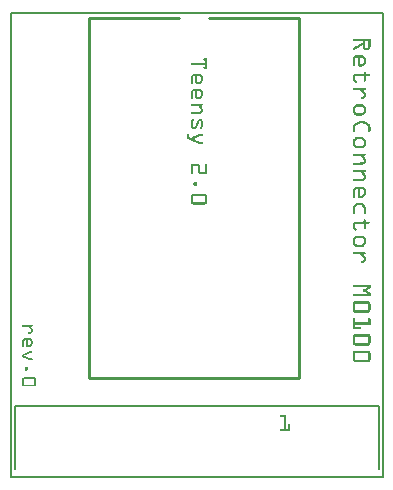
<source format=gto>
G04 MADE WITH FRITZING*
G04 WWW.FRITZING.ORG*
G04 DOUBLE SIDED*
G04 HOLES PLATED*
G04 CONTOUR ON CENTER OF CONTOUR VECTOR*
%ASAXBY*%
%FSLAX23Y23*%
%MOIN*%
%OFA0B0*%
%SFA1.0B1.0*%
%ADD10R,1.248220X1.554530X1.232220X1.538530*%
%ADD11C,0.008000*%
%ADD12C,0.010000*%
%ADD13R,0.001000X0.001000*%
%LNSILK1*%
G90*
G70*
G54D11*
X4Y1551D02*
X1244Y1551D01*
X1244Y4D01*
X4Y4D01*
X4Y1551D01*
D02*
X1231Y240D02*
X1231Y30D01*
D02*
X18Y240D02*
X18Y30D01*
D02*
X1231Y240D02*
X18Y240D01*
G54D12*
D02*
X264Y1536D02*
X264Y336D01*
D02*
X264Y336D02*
X964Y336D01*
D02*
X964Y336D02*
X964Y1536D01*
D02*
X264Y1536D02*
X564Y1536D01*
D02*
X664Y1536D02*
X964Y1536D01*
G54D13*
X1148Y1465D02*
X1203Y1465D01*
X1146Y1464D02*
X1204Y1464D01*
X1146Y1463D02*
X1204Y1463D01*
X1146Y1462D02*
X1204Y1462D01*
X1146Y1461D02*
X1204Y1461D01*
X1146Y1460D02*
X1204Y1460D01*
X1147Y1459D02*
X1204Y1459D01*
X1148Y1458D02*
X1204Y1458D01*
X1178Y1457D02*
X1184Y1457D01*
X1197Y1457D02*
X1204Y1457D01*
X1178Y1456D02*
X1184Y1456D01*
X1197Y1456D02*
X1204Y1456D01*
X1178Y1455D02*
X1184Y1455D01*
X1197Y1455D02*
X1204Y1455D01*
X1178Y1454D02*
X1184Y1454D01*
X1197Y1454D02*
X1204Y1454D01*
X1178Y1453D02*
X1184Y1453D01*
X1197Y1453D02*
X1204Y1453D01*
X1177Y1452D02*
X1184Y1452D01*
X1197Y1452D02*
X1204Y1452D01*
X1175Y1451D02*
X1184Y1451D01*
X1197Y1451D02*
X1204Y1451D01*
X1173Y1450D02*
X1184Y1450D01*
X1197Y1450D02*
X1204Y1450D01*
X1172Y1449D02*
X1184Y1449D01*
X1197Y1449D02*
X1204Y1449D01*
X1170Y1448D02*
X1184Y1448D01*
X1197Y1448D02*
X1204Y1448D01*
X1168Y1447D02*
X1184Y1447D01*
X1197Y1447D02*
X1204Y1447D01*
X1166Y1446D02*
X1184Y1446D01*
X1197Y1446D02*
X1204Y1446D01*
X1165Y1445D02*
X1184Y1445D01*
X1197Y1445D02*
X1204Y1445D01*
X1163Y1444D02*
X1184Y1444D01*
X1197Y1444D02*
X1204Y1444D01*
X1161Y1443D02*
X1176Y1443D01*
X1178Y1443D02*
X1184Y1443D01*
X1197Y1443D02*
X1204Y1443D01*
X1160Y1442D02*
X1174Y1442D01*
X1178Y1442D02*
X1184Y1442D01*
X1197Y1442D02*
X1204Y1442D01*
X1158Y1441D02*
X1172Y1441D01*
X1178Y1441D02*
X1184Y1441D01*
X1197Y1441D02*
X1204Y1441D01*
X1156Y1440D02*
X1171Y1440D01*
X1178Y1440D02*
X1184Y1440D01*
X1197Y1440D02*
X1204Y1440D01*
X1154Y1439D02*
X1169Y1439D01*
X1178Y1439D02*
X1184Y1439D01*
X1197Y1439D02*
X1204Y1439D01*
X1153Y1438D02*
X1167Y1438D01*
X1178Y1438D02*
X1184Y1438D01*
X1197Y1438D02*
X1203Y1438D01*
X1151Y1437D02*
X1165Y1437D01*
X1178Y1437D02*
X1185Y1437D01*
X1196Y1437D02*
X1203Y1437D01*
X1149Y1436D02*
X1164Y1436D01*
X1178Y1436D02*
X1186Y1436D01*
X1195Y1436D02*
X1203Y1436D01*
X1148Y1435D02*
X1162Y1435D01*
X1178Y1435D02*
X1203Y1435D01*
X1147Y1434D02*
X1160Y1434D01*
X1179Y1434D02*
X1202Y1434D01*
X1146Y1433D02*
X1159Y1433D01*
X1179Y1433D02*
X1202Y1433D01*
X1146Y1432D02*
X1157Y1432D01*
X1180Y1432D02*
X1201Y1432D01*
X1146Y1431D02*
X1155Y1431D01*
X1181Y1431D02*
X1200Y1431D01*
X1146Y1430D02*
X1153Y1430D01*
X1182Y1430D02*
X1199Y1430D01*
X1147Y1429D02*
X1152Y1429D01*
X1184Y1429D02*
X1197Y1429D01*
X1148Y1428D02*
X1150Y1428D01*
X1186Y1428D02*
X1195Y1428D01*
X1155Y1410D02*
X1177Y1410D01*
X1153Y1409D02*
X1179Y1409D01*
X1152Y1408D02*
X1181Y1408D01*
X1151Y1407D02*
X1182Y1407D01*
X1150Y1406D02*
X1183Y1406D01*
X1149Y1405D02*
X1184Y1405D01*
X1148Y1404D02*
X1185Y1404D01*
X1147Y1403D02*
X1185Y1403D01*
X1147Y1402D02*
X1156Y1402D01*
X1162Y1402D02*
X1168Y1402D01*
X1177Y1402D02*
X1186Y1402D01*
X1146Y1401D02*
X1155Y1401D01*
X1162Y1401D02*
X1168Y1401D01*
X1178Y1401D02*
X1187Y1401D01*
X1146Y1400D02*
X1154Y1400D01*
X1162Y1400D02*
X1168Y1400D01*
X1179Y1400D02*
X1187Y1400D01*
X650Y1399D02*
X659Y1399D01*
X1146Y1399D02*
X1153Y1399D01*
X1162Y1399D02*
X1168Y1399D01*
X1180Y1399D02*
X1187Y1399D01*
X648Y1398D02*
X659Y1398D01*
X1146Y1398D02*
X1153Y1398D01*
X1162Y1398D02*
X1168Y1398D01*
X1181Y1398D02*
X1187Y1398D01*
X647Y1397D02*
X659Y1397D01*
X1146Y1397D02*
X1152Y1397D01*
X1162Y1397D02*
X1168Y1397D01*
X1181Y1397D02*
X1187Y1397D01*
X647Y1396D02*
X659Y1396D01*
X1145Y1396D02*
X1152Y1396D01*
X1162Y1396D02*
X1168Y1396D01*
X1181Y1396D02*
X1188Y1396D01*
X647Y1395D02*
X659Y1395D01*
X1145Y1395D02*
X1152Y1395D01*
X1162Y1395D02*
X1168Y1395D01*
X1181Y1395D02*
X1188Y1395D01*
X647Y1394D02*
X659Y1394D01*
X1145Y1394D02*
X1152Y1394D01*
X1162Y1394D02*
X1168Y1394D01*
X1181Y1394D02*
X1188Y1394D01*
X648Y1393D02*
X659Y1393D01*
X1145Y1393D02*
X1152Y1393D01*
X1162Y1393D02*
X1168Y1393D01*
X1181Y1393D02*
X1188Y1393D01*
X653Y1392D02*
X659Y1392D01*
X1145Y1392D02*
X1152Y1392D01*
X1162Y1392D02*
X1168Y1392D01*
X1181Y1392D02*
X1188Y1392D01*
X653Y1391D02*
X659Y1391D01*
X1145Y1391D02*
X1152Y1391D01*
X1162Y1391D02*
X1168Y1391D01*
X1181Y1391D02*
X1188Y1391D01*
X653Y1390D02*
X659Y1390D01*
X1145Y1390D02*
X1152Y1390D01*
X1162Y1390D02*
X1168Y1390D01*
X1181Y1390D02*
X1188Y1390D01*
X653Y1389D02*
X659Y1389D01*
X1145Y1389D02*
X1152Y1389D01*
X1162Y1389D02*
X1168Y1389D01*
X1181Y1389D02*
X1188Y1389D01*
X653Y1388D02*
X659Y1388D01*
X1145Y1388D02*
X1152Y1388D01*
X1162Y1388D02*
X1168Y1388D01*
X1181Y1388D02*
X1188Y1388D01*
X653Y1387D02*
X659Y1387D01*
X1145Y1387D02*
X1152Y1387D01*
X1162Y1387D02*
X1168Y1387D01*
X1181Y1387D02*
X1187Y1387D01*
X653Y1386D02*
X659Y1386D01*
X1145Y1386D02*
X1152Y1386D01*
X1162Y1386D02*
X1168Y1386D01*
X1181Y1386D02*
X1187Y1386D01*
X608Y1385D02*
X659Y1385D01*
X1145Y1385D02*
X1152Y1385D01*
X1162Y1385D02*
X1168Y1385D01*
X1180Y1385D02*
X1187Y1385D01*
X606Y1384D02*
X659Y1384D01*
X1145Y1384D02*
X1152Y1384D01*
X1162Y1384D02*
X1168Y1384D01*
X1180Y1384D02*
X1187Y1384D01*
X606Y1383D02*
X659Y1383D01*
X1145Y1383D02*
X1152Y1383D01*
X1162Y1383D02*
X1168Y1383D01*
X1179Y1383D02*
X1187Y1383D01*
X606Y1382D02*
X659Y1382D01*
X1145Y1382D02*
X1152Y1382D01*
X1162Y1382D02*
X1168Y1382D01*
X1178Y1382D02*
X1186Y1382D01*
X606Y1381D02*
X659Y1381D01*
X1145Y1381D02*
X1152Y1381D01*
X1162Y1381D02*
X1168Y1381D01*
X1176Y1381D02*
X1186Y1381D01*
X606Y1380D02*
X659Y1380D01*
X1145Y1380D02*
X1152Y1380D01*
X1162Y1380D02*
X1185Y1380D01*
X607Y1379D02*
X659Y1379D01*
X1145Y1379D02*
X1152Y1379D01*
X1162Y1379D02*
X1184Y1379D01*
X653Y1378D02*
X659Y1378D01*
X1145Y1378D02*
X1152Y1378D01*
X1162Y1378D02*
X1183Y1378D01*
X653Y1377D02*
X659Y1377D01*
X1146Y1377D02*
X1152Y1377D01*
X1162Y1377D02*
X1182Y1377D01*
X653Y1376D02*
X659Y1376D01*
X1146Y1376D02*
X1152Y1376D01*
X1162Y1376D02*
X1181Y1376D01*
X653Y1375D02*
X659Y1375D01*
X1146Y1375D02*
X1152Y1375D01*
X1162Y1375D02*
X1180Y1375D01*
X653Y1374D02*
X659Y1374D01*
X1147Y1374D02*
X1151Y1374D01*
X1163Y1374D02*
X1179Y1374D01*
X653Y1373D02*
X659Y1373D01*
X1149Y1373D02*
X1149Y1373D01*
X1165Y1373D02*
X1174Y1373D01*
X653Y1372D02*
X659Y1372D01*
X649Y1371D02*
X659Y1371D01*
X648Y1370D02*
X659Y1370D01*
X647Y1369D02*
X659Y1369D01*
X647Y1368D02*
X659Y1368D01*
X647Y1367D02*
X659Y1367D01*
X648Y1366D02*
X659Y1366D01*
X649Y1365D02*
X659Y1365D01*
X1182Y1355D02*
X1186Y1355D01*
X1181Y1354D02*
X1187Y1354D01*
X1181Y1353D02*
X1187Y1353D01*
X1181Y1352D02*
X1187Y1352D01*
X1181Y1351D02*
X1188Y1351D01*
X1181Y1350D02*
X1188Y1350D01*
X1181Y1349D02*
X1188Y1349D01*
X614Y1348D02*
X636Y1348D01*
X1154Y1348D02*
X1198Y1348D01*
X612Y1347D02*
X637Y1347D01*
X1151Y1347D02*
X1199Y1347D01*
X611Y1346D02*
X639Y1346D01*
X1150Y1346D02*
X1200Y1346D01*
X610Y1345D02*
X640Y1345D01*
X1149Y1345D02*
X1200Y1345D01*
X609Y1344D02*
X641Y1344D01*
X1148Y1344D02*
X1200Y1344D01*
X608Y1343D02*
X641Y1343D01*
X1147Y1343D02*
X1200Y1343D01*
X608Y1342D02*
X642Y1342D01*
X1147Y1342D02*
X1199Y1342D01*
X607Y1341D02*
X615Y1341D01*
X620Y1341D02*
X626Y1341D01*
X635Y1341D02*
X643Y1341D01*
X1146Y1341D02*
X1198Y1341D01*
X606Y1340D02*
X614Y1340D01*
X620Y1340D02*
X626Y1340D01*
X636Y1340D02*
X643Y1340D01*
X1146Y1340D02*
X1154Y1340D01*
X1181Y1340D02*
X1188Y1340D01*
X606Y1339D02*
X613Y1339D01*
X620Y1339D02*
X626Y1339D01*
X637Y1339D02*
X644Y1339D01*
X1146Y1339D02*
X1153Y1339D01*
X1181Y1339D02*
X1188Y1339D01*
X606Y1338D02*
X612Y1338D01*
X620Y1338D02*
X626Y1338D01*
X637Y1338D02*
X644Y1338D01*
X1146Y1338D02*
X1152Y1338D01*
X1181Y1338D02*
X1188Y1338D01*
X606Y1337D02*
X612Y1337D01*
X620Y1337D02*
X626Y1337D01*
X638Y1337D02*
X644Y1337D01*
X1146Y1337D02*
X1152Y1337D01*
X1181Y1337D02*
X1188Y1337D01*
X606Y1336D02*
X612Y1336D01*
X620Y1336D02*
X626Y1336D01*
X638Y1336D02*
X644Y1336D01*
X1145Y1336D02*
X1152Y1336D01*
X1181Y1336D02*
X1188Y1336D01*
X606Y1335D02*
X612Y1335D01*
X620Y1335D02*
X626Y1335D01*
X638Y1335D02*
X644Y1335D01*
X1145Y1335D02*
X1152Y1335D01*
X1181Y1335D02*
X1188Y1335D01*
X606Y1334D02*
X612Y1334D01*
X620Y1334D02*
X626Y1334D01*
X638Y1334D02*
X644Y1334D01*
X1145Y1334D02*
X1152Y1334D01*
X1181Y1334D02*
X1188Y1334D01*
X606Y1333D02*
X612Y1333D01*
X620Y1333D02*
X626Y1333D01*
X638Y1333D02*
X644Y1333D01*
X1145Y1333D02*
X1152Y1333D01*
X1181Y1333D02*
X1188Y1333D01*
X606Y1332D02*
X612Y1332D01*
X620Y1332D02*
X626Y1332D01*
X638Y1332D02*
X644Y1332D01*
X1145Y1332D02*
X1152Y1332D01*
X1181Y1332D02*
X1188Y1332D01*
X606Y1331D02*
X612Y1331D01*
X620Y1331D02*
X626Y1331D01*
X638Y1331D02*
X644Y1331D01*
X1145Y1331D02*
X1152Y1331D01*
X1181Y1331D02*
X1188Y1331D01*
X606Y1330D02*
X612Y1330D01*
X620Y1330D02*
X626Y1330D01*
X638Y1330D02*
X644Y1330D01*
X1145Y1330D02*
X1152Y1330D01*
X1181Y1330D02*
X1188Y1330D01*
X606Y1329D02*
X612Y1329D01*
X620Y1329D02*
X626Y1329D01*
X638Y1329D02*
X644Y1329D01*
X1146Y1329D02*
X1152Y1329D01*
X1181Y1329D02*
X1188Y1329D01*
X606Y1328D02*
X612Y1328D01*
X620Y1328D02*
X626Y1328D01*
X638Y1328D02*
X644Y1328D01*
X1146Y1328D02*
X1153Y1328D01*
X1181Y1328D02*
X1188Y1328D01*
X606Y1327D02*
X612Y1327D01*
X620Y1327D02*
X626Y1327D01*
X638Y1327D02*
X644Y1327D01*
X1146Y1327D02*
X1153Y1327D01*
X1181Y1327D02*
X1188Y1327D01*
X606Y1326D02*
X612Y1326D01*
X620Y1326D02*
X626Y1326D01*
X638Y1326D02*
X644Y1326D01*
X1146Y1326D02*
X1155Y1326D01*
X1181Y1326D02*
X1187Y1326D01*
X606Y1325D02*
X612Y1325D01*
X620Y1325D02*
X626Y1325D01*
X637Y1325D02*
X644Y1325D01*
X1147Y1325D02*
X1157Y1325D01*
X1181Y1325D02*
X1187Y1325D01*
X606Y1324D02*
X612Y1324D01*
X620Y1324D02*
X626Y1324D01*
X637Y1324D02*
X644Y1324D01*
X1147Y1324D02*
X1158Y1324D01*
X1181Y1324D02*
X1187Y1324D01*
X606Y1323D02*
X612Y1323D01*
X620Y1323D02*
X626Y1323D01*
X636Y1323D02*
X643Y1323D01*
X1148Y1323D02*
X1158Y1323D01*
X1182Y1323D02*
X1186Y1323D01*
X606Y1322D02*
X612Y1322D01*
X620Y1322D02*
X626Y1322D01*
X634Y1322D02*
X643Y1322D01*
X1149Y1322D02*
X1159Y1322D01*
X606Y1321D02*
X612Y1321D01*
X620Y1321D02*
X642Y1321D01*
X1150Y1321D02*
X1158Y1321D01*
X606Y1320D02*
X612Y1320D01*
X620Y1320D02*
X641Y1320D01*
X1151Y1320D02*
X1158Y1320D01*
X606Y1319D02*
X612Y1319D01*
X620Y1319D02*
X640Y1319D01*
X1153Y1319D02*
X1157Y1319D01*
X606Y1318D02*
X612Y1318D01*
X620Y1318D02*
X639Y1318D01*
X606Y1317D02*
X611Y1317D01*
X621Y1317D02*
X638Y1317D01*
X606Y1316D02*
X611Y1316D01*
X621Y1316D02*
X637Y1316D01*
X607Y1315D02*
X610Y1315D01*
X622Y1315D02*
X635Y1315D01*
X1148Y1301D02*
X1185Y1301D01*
X1147Y1300D02*
X1186Y1300D01*
X1146Y1299D02*
X1187Y1299D01*
X614Y1298D02*
X635Y1298D01*
X1146Y1298D02*
X1187Y1298D01*
X612Y1297D02*
X637Y1297D01*
X1146Y1297D02*
X1187Y1297D01*
X611Y1296D02*
X639Y1296D01*
X1146Y1296D02*
X1187Y1296D01*
X610Y1295D02*
X640Y1295D01*
X1146Y1295D02*
X1187Y1295D01*
X609Y1294D02*
X640Y1294D01*
X1148Y1294D02*
X1185Y1294D01*
X608Y1293D02*
X641Y1293D01*
X1170Y1293D02*
X1180Y1293D01*
X608Y1292D02*
X642Y1292D01*
X1171Y1292D02*
X1180Y1292D01*
X607Y1291D02*
X615Y1291D01*
X620Y1291D02*
X626Y1291D01*
X635Y1291D02*
X643Y1291D01*
X1172Y1291D02*
X1181Y1291D01*
X607Y1290D02*
X614Y1290D01*
X620Y1290D02*
X626Y1290D01*
X636Y1290D02*
X643Y1290D01*
X1173Y1290D02*
X1182Y1290D01*
X606Y1289D02*
X613Y1289D01*
X620Y1289D02*
X626Y1289D01*
X637Y1289D02*
X644Y1289D01*
X1174Y1289D02*
X1183Y1289D01*
X606Y1288D02*
X612Y1288D01*
X620Y1288D02*
X626Y1288D01*
X637Y1288D02*
X644Y1288D01*
X1175Y1288D02*
X1184Y1288D01*
X606Y1287D02*
X612Y1287D01*
X620Y1287D02*
X626Y1287D01*
X638Y1287D02*
X644Y1287D01*
X1176Y1287D02*
X1185Y1287D01*
X606Y1286D02*
X612Y1286D01*
X620Y1286D02*
X626Y1286D01*
X638Y1286D02*
X644Y1286D01*
X1177Y1286D02*
X1186Y1286D01*
X606Y1285D02*
X612Y1285D01*
X620Y1285D02*
X626Y1285D01*
X638Y1285D02*
X644Y1285D01*
X1177Y1285D02*
X1186Y1285D01*
X606Y1284D02*
X612Y1284D01*
X620Y1284D02*
X626Y1284D01*
X638Y1284D02*
X644Y1284D01*
X1178Y1284D02*
X1187Y1284D01*
X606Y1283D02*
X612Y1283D01*
X620Y1283D02*
X626Y1283D01*
X638Y1283D02*
X644Y1283D01*
X1179Y1283D02*
X1187Y1283D01*
X606Y1282D02*
X612Y1282D01*
X620Y1282D02*
X626Y1282D01*
X638Y1282D02*
X644Y1282D01*
X1180Y1282D02*
X1188Y1282D01*
X606Y1281D02*
X612Y1281D01*
X620Y1281D02*
X626Y1281D01*
X638Y1281D02*
X644Y1281D01*
X1181Y1281D02*
X1188Y1281D01*
X606Y1280D02*
X612Y1280D01*
X620Y1280D02*
X626Y1280D01*
X638Y1280D02*
X644Y1280D01*
X1181Y1280D02*
X1188Y1280D01*
X606Y1279D02*
X612Y1279D01*
X620Y1279D02*
X626Y1279D01*
X638Y1279D02*
X644Y1279D01*
X1181Y1279D02*
X1188Y1279D01*
X606Y1278D02*
X612Y1278D01*
X620Y1278D02*
X626Y1278D01*
X638Y1278D02*
X644Y1278D01*
X1181Y1278D02*
X1188Y1278D01*
X606Y1277D02*
X612Y1277D01*
X620Y1277D02*
X626Y1277D01*
X638Y1277D02*
X644Y1277D01*
X1181Y1277D02*
X1188Y1277D01*
X606Y1276D02*
X612Y1276D01*
X620Y1276D02*
X626Y1276D01*
X638Y1276D02*
X644Y1276D01*
X1181Y1276D02*
X1188Y1276D01*
X606Y1275D02*
X612Y1275D01*
X620Y1275D02*
X626Y1275D01*
X637Y1275D02*
X644Y1275D01*
X1181Y1275D02*
X1187Y1275D01*
X606Y1274D02*
X612Y1274D01*
X620Y1274D02*
X626Y1274D01*
X637Y1274D02*
X644Y1274D01*
X1181Y1274D02*
X1187Y1274D01*
X606Y1273D02*
X612Y1273D01*
X620Y1273D02*
X626Y1273D01*
X636Y1273D02*
X643Y1273D01*
X1180Y1273D02*
X1187Y1273D01*
X606Y1272D02*
X612Y1272D01*
X620Y1272D02*
X626Y1272D01*
X635Y1272D02*
X643Y1272D01*
X1179Y1272D02*
X1187Y1272D01*
X606Y1271D02*
X612Y1271D01*
X620Y1271D02*
X642Y1271D01*
X1174Y1271D02*
X1187Y1271D01*
X606Y1270D02*
X612Y1270D01*
X620Y1270D02*
X641Y1270D01*
X1172Y1270D02*
X1186Y1270D01*
X606Y1269D02*
X612Y1269D01*
X620Y1269D02*
X640Y1269D01*
X1172Y1269D02*
X1186Y1269D01*
X606Y1268D02*
X612Y1268D01*
X620Y1268D02*
X640Y1268D01*
X1171Y1268D02*
X1185Y1268D01*
X606Y1267D02*
X612Y1267D01*
X621Y1267D02*
X639Y1267D01*
X1171Y1267D02*
X1184Y1267D01*
X606Y1266D02*
X611Y1266D01*
X621Y1266D02*
X637Y1266D01*
X1172Y1266D02*
X1183Y1266D01*
X607Y1265D02*
X610Y1265D01*
X622Y1265D02*
X636Y1265D01*
X1172Y1265D02*
X1182Y1265D01*
X1173Y1264D02*
X1179Y1264D01*
X607Y1248D02*
X642Y1248D01*
X606Y1247D02*
X643Y1247D01*
X606Y1246D02*
X644Y1246D01*
X1156Y1246D02*
X1177Y1246D01*
X606Y1245D02*
X644Y1245D01*
X1154Y1245D02*
X1179Y1245D01*
X606Y1244D02*
X644Y1244D01*
X1152Y1244D02*
X1181Y1244D01*
X606Y1243D02*
X643Y1243D01*
X1151Y1243D02*
X1182Y1243D01*
X608Y1242D02*
X642Y1242D01*
X1150Y1242D02*
X1183Y1242D01*
X631Y1241D02*
X639Y1241D01*
X1149Y1241D02*
X1184Y1241D01*
X632Y1240D02*
X639Y1240D01*
X1148Y1240D02*
X1185Y1240D01*
X632Y1239D02*
X640Y1239D01*
X1148Y1239D02*
X1185Y1239D01*
X633Y1238D02*
X640Y1238D01*
X1147Y1238D02*
X1156Y1238D01*
X1177Y1238D02*
X1186Y1238D01*
X634Y1237D02*
X641Y1237D01*
X1147Y1237D02*
X1155Y1237D01*
X1178Y1237D02*
X1186Y1237D01*
X634Y1236D02*
X642Y1236D01*
X1146Y1236D02*
X1154Y1236D01*
X1179Y1236D02*
X1187Y1236D01*
X635Y1235D02*
X642Y1235D01*
X1146Y1235D02*
X1153Y1235D01*
X1180Y1235D02*
X1187Y1235D01*
X636Y1234D02*
X643Y1234D01*
X1146Y1234D02*
X1153Y1234D01*
X1180Y1234D02*
X1187Y1234D01*
X636Y1233D02*
X643Y1233D01*
X1146Y1233D02*
X1152Y1233D01*
X1181Y1233D02*
X1187Y1233D01*
X637Y1232D02*
X644Y1232D01*
X1145Y1232D02*
X1152Y1232D01*
X1181Y1232D02*
X1188Y1232D01*
X638Y1231D02*
X644Y1231D01*
X1145Y1231D02*
X1152Y1231D01*
X1181Y1231D02*
X1188Y1231D01*
X638Y1230D02*
X644Y1230D01*
X1145Y1230D02*
X1152Y1230D01*
X1181Y1230D02*
X1188Y1230D01*
X638Y1229D02*
X644Y1229D01*
X1145Y1229D02*
X1152Y1229D01*
X1181Y1229D02*
X1188Y1229D01*
X638Y1228D02*
X644Y1228D01*
X1145Y1228D02*
X1152Y1228D01*
X1181Y1228D02*
X1188Y1228D01*
X638Y1227D02*
X644Y1227D01*
X1145Y1227D02*
X1152Y1227D01*
X1181Y1227D02*
X1188Y1227D01*
X638Y1226D02*
X644Y1226D01*
X1145Y1226D02*
X1152Y1226D01*
X1181Y1226D02*
X1188Y1226D01*
X638Y1225D02*
X644Y1225D01*
X1145Y1225D02*
X1152Y1225D01*
X1181Y1225D02*
X1188Y1225D01*
X638Y1224D02*
X644Y1224D01*
X1145Y1224D02*
X1152Y1224D01*
X1181Y1224D02*
X1188Y1224D01*
X637Y1223D02*
X644Y1223D01*
X1146Y1223D02*
X1152Y1223D01*
X1181Y1223D02*
X1187Y1223D01*
X635Y1222D02*
X644Y1222D01*
X1146Y1222D02*
X1152Y1222D01*
X1181Y1222D02*
X1187Y1222D01*
X609Y1221D02*
X643Y1221D01*
X1146Y1221D02*
X1153Y1221D01*
X1180Y1221D02*
X1187Y1221D01*
X607Y1220D02*
X643Y1220D01*
X1146Y1220D02*
X1153Y1220D01*
X1180Y1220D02*
X1187Y1220D01*
X606Y1219D02*
X642Y1219D01*
X1146Y1219D02*
X1154Y1219D01*
X1179Y1219D02*
X1187Y1219D01*
X606Y1218D02*
X641Y1218D01*
X1147Y1218D02*
X1155Y1218D01*
X1178Y1218D02*
X1186Y1218D01*
X606Y1217D02*
X640Y1217D01*
X1147Y1217D02*
X1156Y1217D01*
X1177Y1217D02*
X1186Y1217D01*
X606Y1216D02*
X638Y1216D01*
X1148Y1216D02*
X1185Y1216D01*
X607Y1215D02*
X635Y1215D01*
X1149Y1215D02*
X1184Y1215D01*
X1150Y1214D02*
X1183Y1214D01*
X1150Y1213D02*
X1183Y1213D01*
X1152Y1212D02*
X1182Y1212D01*
X1153Y1211D02*
X1180Y1211D01*
X1154Y1210D02*
X1179Y1210D01*
X1157Y1209D02*
X1176Y1209D01*
X611Y1198D02*
X613Y1198D01*
X609Y1197D02*
X614Y1197D01*
X633Y1197D02*
X638Y1197D01*
X609Y1196D02*
X614Y1196D01*
X631Y1196D02*
X640Y1196D01*
X608Y1195D02*
X615Y1195D01*
X630Y1195D02*
X641Y1195D01*
X607Y1194D02*
X614Y1194D01*
X629Y1194D02*
X642Y1194D01*
X607Y1193D02*
X614Y1193D01*
X628Y1193D02*
X643Y1193D01*
X606Y1192D02*
X613Y1192D01*
X628Y1192D02*
X643Y1192D01*
X606Y1191D02*
X613Y1191D01*
X627Y1191D02*
X644Y1191D01*
X1170Y1191D02*
X1179Y1191D01*
X606Y1190D02*
X612Y1190D01*
X627Y1190D02*
X634Y1190D01*
X637Y1190D02*
X644Y1190D01*
X1167Y1190D02*
X1182Y1190D01*
X606Y1189D02*
X612Y1189D01*
X627Y1189D02*
X633Y1189D01*
X638Y1189D02*
X644Y1189D01*
X1165Y1189D02*
X1184Y1189D01*
X606Y1188D02*
X612Y1188D01*
X626Y1188D02*
X633Y1188D01*
X638Y1188D02*
X644Y1188D01*
X1163Y1188D02*
X1186Y1188D01*
X606Y1187D02*
X612Y1187D01*
X626Y1187D02*
X632Y1187D01*
X638Y1187D02*
X644Y1187D01*
X1161Y1187D02*
X1188Y1187D01*
X606Y1186D02*
X612Y1186D01*
X625Y1186D02*
X632Y1186D01*
X638Y1186D02*
X644Y1186D01*
X1159Y1186D02*
X1190Y1186D01*
X606Y1185D02*
X612Y1185D01*
X625Y1185D02*
X631Y1185D01*
X638Y1185D02*
X644Y1185D01*
X1157Y1185D02*
X1192Y1185D01*
X606Y1184D02*
X612Y1184D01*
X624Y1184D02*
X631Y1184D01*
X638Y1184D02*
X644Y1184D01*
X1155Y1184D02*
X1173Y1184D01*
X1176Y1184D02*
X1194Y1184D01*
X606Y1183D02*
X612Y1183D01*
X624Y1183D02*
X631Y1183D01*
X638Y1183D02*
X644Y1183D01*
X1153Y1183D02*
X1169Y1183D01*
X1180Y1183D02*
X1196Y1183D01*
X606Y1182D02*
X612Y1182D01*
X624Y1182D02*
X630Y1182D01*
X638Y1182D02*
X644Y1182D01*
X1152Y1182D02*
X1167Y1182D01*
X1182Y1182D02*
X1198Y1182D01*
X606Y1181D02*
X612Y1181D01*
X623Y1181D02*
X630Y1181D01*
X638Y1181D02*
X644Y1181D01*
X1150Y1181D02*
X1165Y1181D01*
X1184Y1181D02*
X1199Y1181D01*
X606Y1180D02*
X612Y1180D01*
X623Y1180D02*
X629Y1180D01*
X638Y1180D02*
X644Y1180D01*
X1149Y1180D02*
X1163Y1180D01*
X1186Y1180D02*
X1200Y1180D01*
X606Y1179D02*
X612Y1179D01*
X622Y1179D02*
X629Y1179D01*
X638Y1179D02*
X644Y1179D01*
X1148Y1179D02*
X1161Y1179D01*
X1188Y1179D02*
X1201Y1179D01*
X606Y1178D02*
X612Y1178D01*
X622Y1178D02*
X628Y1178D01*
X638Y1178D02*
X644Y1178D01*
X1147Y1178D02*
X1160Y1178D01*
X1190Y1178D02*
X1202Y1178D01*
X606Y1177D02*
X612Y1177D01*
X621Y1177D02*
X628Y1177D01*
X638Y1177D02*
X644Y1177D01*
X1147Y1177D02*
X1158Y1177D01*
X1191Y1177D02*
X1202Y1177D01*
X606Y1176D02*
X612Y1176D01*
X621Y1176D02*
X628Y1176D01*
X638Y1176D02*
X644Y1176D01*
X1146Y1176D02*
X1156Y1176D01*
X1193Y1176D02*
X1203Y1176D01*
X606Y1175D02*
X612Y1175D01*
X621Y1175D02*
X627Y1175D01*
X638Y1175D02*
X644Y1175D01*
X1146Y1175D02*
X1154Y1175D01*
X1195Y1175D02*
X1203Y1175D01*
X606Y1174D02*
X612Y1174D01*
X620Y1174D02*
X627Y1174D01*
X638Y1174D02*
X644Y1174D01*
X1146Y1174D02*
X1153Y1174D01*
X1196Y1174D02*
X1203Y1174D01*
X606Y1173D02*
X612Y1173D01*
X620Y1173D02*
X626Y1173D01*
X638Y1173D02*
X644Y1173D01*
X1146Y1173D02*
X1152Y1173D01*
X1197Y1173D02*
X1203Y1173D01*
X606Y1172D02*
X613Y1172D01*
X619Y1172D02*
X626Y1172D01*
X637Y1172D02*
X644Y1172D01*
X1146Y1172D02*
X1152Y1172D01*
X1197Y1172D02*
X1204Y1172D01*
X606Y1171D02*
X625Y1171D01*
X637Y1171D02*
X644Y1171D01*
X1145Y1171D02*
X1152Y1171D01*
X1197Y1171D02*
X1204Y1171D01*
X607Y1170D02*
X625Y1170D01*
X636Y1170D02*
X643Y1170D01*
X1145Y1170D02*
X1152Y1170D01*
X1197Y1170D02*
X1204Y1170D01*
X607Y1169D02*
X624Y1169D01*
X635Y1169D02*
X643Y1169D01*
X1145Y1169D02*
X1152Y1169D01*
X1197Y1169D02*
X1204Y1169D01*
X608Y1168D02*
X624Y1168D01*
X635Y1168D02*
X642Y1168D01*
X1145Y1168D02*
X1152Y1168D01*
X1197Y1168D02*
X1204Y1168D01*
X609Y1167D02*
X623Y1167D01*
X635Y1167D02*
X642Y1167D01*
X1145Y1167D02*
X1152Y1167D01*
X1197Y1167D02*
X1204Y1167D01*
X610Y1166D02*
X621Y1166D01*
X636Y1166D02*
X640Y1166D01*
X1145Y1166D02*
X1152Y1166D01*
X1197Y1166D02*
X1204Y1166D01*
X612Y1165D02*
X620Y1165D01*
X637Y1165D02*
X639Y1165D01*
X1145Y1165D02*
X1152Y1165D01*
X1197Y1165D02*
X1204Y1165D01*
X615Y1164D02*
X617Y1164D01*
X1145Y1164D02*
X1152Y1164D01*
X1197Y1164D02*
X1204Y1164D01*
X1145Y1163D02*
X1152Y1163D01*
X1197Y1163D02*
X1204Y1163D01*
X1145Y1162D02*
X1152Y1162D01*
X1197Y1162D02*
X1204Y1162D01*
X1145Y1161D02*
X1152Y1161D01*
X1197Y1161D02*
X1204Y1161D01*
X1145Y1160D02*
X1152Y1160D01*
X1197Y1160D02*
X1204Y1160D01*
X1145Y1159D02*
X1152Y1159D01*
X1197Y1159D02*
X1204Y1159D01*
X1146Y1158D02*
X1152Y1158D01*
X1197Y1158D02*
X1204Y1158D01*
X1146Y1157D02*
X1152Y1157D01*
X1197Y1157D02*
X1203Y1157D01*
X1146Y1156D02*
X1152Y1156D01*
X1197Y1156D02*
X1203Y1156D01*
X1147Y1155D02*
X1151Y1155D01*
X1198Y1155D02*
X1202Y1155D01*
X593Y1148D02*
X595Y1148D01*
X635Y1148D02*
X642Y1148D01*
X592Y1147D02*
X596Y1147D01*
X632Y1147D02*
X643Y1147D01*
X591Y1146D02*
X597Y1146D01*
X630Y1146D02*
X644Y1146D01*
X591Y1145D02*
X597Y1145D01*
X628Y1145D02*
X644Y1145D01*
X591Y1144D02*
X597Y1144D01*
X625Y1144D02*
X644Y1144D01*
X591Y1143D02*
X597Y1143D01*
X623Y1143D02*
X644Y1143D01*
X591Y1142D02*
X597Y1142D01*
X621Y1142D02*
X643Y1142D01*
X591Y1141D02*
X597Y1141D01*
X618Y1141D02*
X635Y1141D01*
X591Y1140D02*
X597Y1140D01*
X616Y1140D02*
X633Y1140D01*
X591Y1139D02*
X597Y1139D01*
X614Y1139D02*
X630Y1139D01*
X591Y1138D02*
X597Y1138D01*
X612Y1138D02*
X628Y1138D01*
X591Y1137D02*
X598Y1137D01*
X610Y1137D02*
X626Y1137D01*
X1159Y1137D02*
X1174Y1137D01*
X591Y1136D02*
X601Y1136D01*
X609Y1136D02*
X624Y1136D01*
X1154Y1136D02*
X1178Y1136D01*
X591Y1135D02*
X603Y1135D01*
X609Y1135D02*
X621Y1135D01*
X1153Y1135D02*
X1180Y1135D01*
X591Y1134D02*
X605Y1134D01*
X609Y1134D02*
X619Y1134D01*
X1151Y1134D02*
X1181Y1134D01*
X592Y1133D02*
X617Y1133D01*
X1151Y1133D02*
X1182Y1133D01*
X593Y1132D02*
X615Y1132D01*
X1150Y1132D02*
X1183Y1132D01*
X595Y1131D02*
X615Y1131D01*
X1149Y1131D02*
X1184Y1131D01*
X598Y1130D02*
X615Y1130D01*
X1148Y1130D02*
X1185Y1130D01*
X600Y1129D02*
X617Y1129D01*
X1147Y1129D02*
X1157Y1129D01*
X1176Y1129D02*
X1186Y1129D01*
X602Y1128D02*
X619Y1128D01*
X1147Y1128D02*
X1155Y1128D01*
X1178Y1128D02*
X1186Y1128D01*
X605Y1127D02*
X621Y1127D01*
X1146Y1127D02*
X1154Y1127D01*
X1179Y1127D02*
X1187Y1127D01*
X607Y1126D02*
X623Y1126D01*
X1146Y1126D02*
X1154Y1126D01*
X1179Y1126D02*
X1187Y1126D01*
X609Y1125D02*
X626Y1125D01*
X1146Y1125D02*
X1153Y1125D01*
X1180Y1125D02*
X1187Y1125D01*
X611Y1124D02*
X628Y1124D01*
X1146Y1124D02*
X1152Y1124D01*
X1181Y1124D02*
X1187Y1124D01*
X614Y1123D02*
X630Y1123D01*
X1146Y1123D02*
X1152Y1123D01*
X1181Y1123D02*
X1187Y1123D01*
X616Y1122D02*
X633Y1122D01*
X1145Y1122D02*
X1152Y1122D01*
X1181Y1122D02*
X1188Y1122D01*
X618Y1121D02*
X635Y1121D01*
X1145Y1121D02*
X1152Y1121D01*
X1181Y1121D02*
X1188Y1121D01*
X621Y1120D02*
X643Y1120D01*
X1145Y1120D02*
X1152Y1120D01*
X1181Y1120D02*
X1188Y1120D01*
X623Y1119D02*
X644Y1119D01*
X1145Y1119D02*
X1152Y1119D01*
X1181Y1119D02*
X1188Y1119D01*
X625Y1118D02*
X644Y1118D01*
X1145Y1118D02*
X1152Y1118D01*
X1181Y1118D02*
X1188Y1118D01*
X627Y1117D02*
X644Y1117D01*
X1145Y1117D02*
X1152Y1117D01*
X1181Y1117D02*
X1188Y1117D01*
X630Y1116D02*
X644Y1116D01*
X1145Y1116D02*
X1152Y1116D01*
X1181Y1116D02*
X1188Y1116D01*
X632Y1115D02*
X643Y1115D01*
X1145Y1115D02*
X1152Y1115D01*
X1181Y1115D02*
X1188Y1115D01*
X634Y1114D02*
X642Y1114D01*
X1145Y1114D02*
X1152Y1114D01*
X1181Y1114D02*
X1188Y1114D01*
X1146Y1113D02*
X1152Y1113D01*
X1181Y1113D02*
X1187Y1113D01*
X1146Y1112D02*
X1152Y1112D01*
X1181Y1112D02*
X1187Y1112D01*
X1146Y1111D02*
X1153Y1111D01*
X1180Y1111D02*
X1187Y1111D01*
X1146Y1110D02*
X1154Y1110D01*
X1179Y1110D02*
X1187Y1110D01*
X1146Y1109D02*
X1155Y1109D01*
X1178Y1109D02*
X1187Y1109D01*
X1147Y1108D02*
X1156Y1108D01*
X1177Y1108D02*
X1186Y1108D01*
X1148Y1107D02*
X1158Y1107D01*
X1175Y1107D02*
X1185Y1107D01*
X1148Y1106D02*
X1185Y1106D01*
X1149Y1105D02*
X1184Y1105D01*
X1150Y1104D02*
X1183Y1104D01*
X1151Y1103D02*
X1182Y1103D01*
X1152Y1102D02*
X1181Y1102D01*
X1153Y1101D02*
X1180Y1101D01*
X1155Y1100D02*
X1177Y1100D01*
X1148Y1082D02*
X1185Y1082D01*
X1147Y1081D02*
X1186Y1081D01*
X1146Y1080D02*
X1187Y1080D01*
X1146Y1079D02*
X1187Y1079D01*
X1146Y1078D02*
X1187Y1078D01*
X1146Y1077D02*
X1187Y1077D01*
X1147Y1076D02*
X1186Y1076D01*
X1148Y1075D02*
X1185Y1075D01*
X1173Y1074D02*
X1181Y1074D01*
X1174Y1073D02*
X1182Y1073D01*
X1175Y1072D02*
X1183Y1072D01*
X1175Y1071D02*
X1183Y1071D01*
X1176Y1070D02*
X1184Y1070D01*
X1177Y1069D02*
X1185Y1069D01*
X1177Y1068D02*
X1185Y1068D01*
X1178Y1067D02*
X1186Y1067D01*
X1178Y1066D02*
X1186Y1066D01*
X1179Y1065D02*
X1187Y1065D01*
X1180Y1064D02*
X1187Y1064D01*
X1180Y1063D02*
X1187Y1063D01*
X1181Y1062D02*
X1187Y1062D01*
X1181Y1061D02*
X1188Y1061D01*
X1181Y1060D02*
X1188Y1060D01*
X1181Y1059D02*
X1188Y1059D01*
X1181Y1058D02*
X1188Y1058D01*
X1181Y1057D02*
X1187Y1057D01*
X1181Y1056D02*
X1187Y1056D01*
X1180Y1055D02*
X1187Y1055D01*
X1179Y1054D02*
X1187Y1054D01*
X1170Y1053D02*
X1187Y1053D01*
X1148Y1052D02*
X1186Y1052D01*
X1147Y1051D02*
X1186Y1051D01*
X1146Y1050D02*
X1185Y1050D01*
X1146Y1049D02*
X1184Y1049D01*
X1146Y1048D02*
X1183Y1048D01*
X606Y1047D02*
X632Y1047D01*
X654Y1047D02*
X658Y1047D01*
X1146Y1047D02*
X1182Y1047D01*
X606Y1046D02*
X633Y1046D01*
X653Y1046D02*
X658Y1046D01*
X1147Y1046D02*
X1179Y1046D01*
X606Y1045D02*
X634Y1045D01*
X653Y1045D02*
X659Y1045D01*
X1148Y1045D02*
X1158Y1045D01*
X606Y1044D02*
X634Y1044D01*
X653Y1044D02*
X659Y1044D01*
X606Y1043D02*
X635Y1043D01*
X653Y1043D02*
X659Y1043D01*
X606Y1042D02*
X635Y1042D01*
X653Y1042D02*
X659Y1042D01*
X606Y1041D02*
X635Y1041D01*
X653Y1041D02*
X659Y1041D01*
X606Y1040D02*
X612Y1040D01*
X629Y1040D02*
X635Y1040D01*
X653Y1040D02*
X659Y1040D01*
X606Y1039D02*
X612Y1039D01*
X629Y1039D02*
X635Y1039D01*
X653Y1039D02*
X659Y1039D01*
X606Y1038D02*
X612Y1038D01*
X629Y1038D02*
X635Y1038D01*
X653Y1038D02*
X659Y1038D01*
X606Y1037D02*
X612Y1037D01*
X629Y1037D02*
X635Y1037D01*
X653Y1037D02*
X659Y1037D01*
X606Y1036D02*
X612Y1036D01*
X629Y1036D02*
X635Y1036D01*
X653Y1036D02*
X659Y1036D01*
X606Y1035D02*
X612Y1035D01*
X629Y1035D02*
X635Y1035D01*
X653Y1035D02*
X659Y1035D01*
X606Y1034D02*
X612Y1034D01*
X629Y1034D02*
X635Y1034D01*
X653Y1034D02*
X659Y1034D01*
X606Y1033D02*
X612Y1033D01*
X629Y1033D02*
X635Y1033D01*
X653Y1033D02*
X659Y1033D01*
X606Y1032D02*
X612Y1032D01*
X629Y1032D02*
X635Y1032D01*
X653Y1032D02*
X659Y1032D01*
X606Y1031D02*
X612Y1031D01*
X629Y1031D02*
X635Y1031D01*
X653Y1031D02*
X659Y1031D01*
X606Y1030D02*
X612Y1030D01*
X629Y1030D02*
X635Y1030D01*
X653Y1030D02*
X659Y1030D01*
X606Y1029D02*
X612Y1029D01*
X629Y1029D02*
X635Y1029D01*
X653Y1029D02*
X659Y1029D01*
X606Y1028D02*
X612Y1028D01*
X629Y1028D02*
X635Y1028D01*
X653Y1028D02*
X659Y1028D01*
X606Y1027D02*
X612Y1027D01*
X629Y1027D02*
X635Y1027D01*
X653Y1027D02*
X659Y1027D01*
X1147Y1027D02*
X1186Y1027D01*
X606Y1026D02*
X612Y1026D01*
X629Y1026D02*
X635Y1026D01*
X653Y1026D02*
X659Y1026D01*
X1146Y1026D02*
X1187Y1026D01*
X606Y1025D02*
X612Y1025D01*
X629Y1025D02*
X635Y1025D01*
X653Y1025D02*
X659Y1025D01*
X1146Y1025D02*
X1187Y1025D01*
X606Y1024D02*
X612Y1024D01*
X629Y1024D02*
X635Y1024D01*
X653Y1024D02*
X659Y1024D01*
X1146Y1024D02*
X1187Y1024D01*
X606Y1023D02*
X612Y1023D01*
X629Y1023D02*
X635Y1023D01*
X653Y1023D02*
X659Y1023D01*
X1146Y1023D02*
X1187Y1023D01*
X606Y1022D02*
X612Y1022D01*
X629Y1022D02*
X635Y1022D01*
X653Y1022D02*
X659Y1022D01*
X1146Y1022D02*
X1187Y1022D01*
X606Y1021D02*
X612Y1021D01*
X629Y1021D02*
X635Y1021D01*
X653Y1021D02*
X659Y1021D01*
X1147Y1021D02*
X1186Y1021D01*
X606Y1020D02*
X612Y1020D01*
X629Y1020D02*
X659Y1020D01*
X1149Y1020D02*
X1184Y1020D01*
X606Y1019D02*
X612Y1019D01*
X629Y1019D02*
X659Y1019D01*
X1174Y1019D02*
X1182Y1019D01*
X606Y1018D02*
X612Y1018D01*
X630Y1018D02*
X658Y1018D01*
X1174Y1018D02*
X1182Y1018D01*
X606Y1017D02*
X612Y1017D01*
X630Y1017D02*
X658Y1017D01*
X1175Y1017D02*
X1183Y1017D01*
X606Y1016D02*
X612Y1016D01*
X631Y1016D02*
X657Y1016D01*
X1175Y1016D02*
X1184Y1016D01*
X606Y1015D02*
X611Y1015D01*
X632Y1015D02*
X656Y1015D01*
X1176Y1015D02*
X1184Y1015D01*
X607Y1014D02*
X610Y1014D01*
X633Y1014D02*
X655Y1014D01*
X1177Y1014D02*
X1185Y1014D01*
X1177Y1013D02*
X1185Y1013D01*
X1178Y1012D02*
X1186Y1012D01*
X1179Y1011D02*
X1186Y1011D01*
X1179Y1010D02*
X1187Y1010D01*
X1180Y1009D02*
X1187Y1009D01*
X1181Y1008D02*
X1187Y1008D01*
X1181Y1007D02*
X1187Y1007D01*
X1181Y1006D02*
X1188Y1006D01*
X1181Y1005D02*
X1188Y1005D01*
X1181Y1004D02*
X1188Y1004D01*
X1181Y1003D02*
X1188Y1003D01*
X1181Y1002D02*
X1187Y1002D01*
X1181Y1001D02*
X1187Y1001D01*
X1180Y1000D02*
X1187Y1000D01*
X1179Y999D02*
X1187Y999D01*
X1162Y998D02*
X1187Y998D01*
X1147Y997D02*
X1186Y997D01*
X1146Y996D02*
X1186Y996D01*
X1146Y995D02*
X1185Y995D01*
X1146Y994D02*
X1184Y994D01*
X1146Y993D02*
X1183Y993D01*
X1146Y992D02*
X1181Y992D01*
X1147Y991D02*
X1177Y991D01*
X1149Y990D02*
X1149Y990D01*
X617Y987D02*
X624Y987D01*
X615Y986D02*
X626Y986D01*
X615Y985D02*
X626Y985D01*
X615Y984D02*
X626Y984D01*
X614Y983D02*
X626Y983D01*
X614Y982D02*
X626Y982D01*
X614Y981D02*
X626Y981D01*
X614Y980D02*
X626Y980D01*
X614Y979D02*
X626Y979D01*
X614Y978D02*
X626Y978D01*
X615Y977D02*
X626Y977D01*
X615Y976D02*
X626Y976D01*
X615Y975D02*
X626Y975D01*
X616Y974D02*
X625Y974D01*
X1155Y972D02*
X1178Y972D01*
X1153Y971D02*
X1180Y971D01*
X1152Y970D02*
X1181Y970D01*
X1151Y969D02*
X1182Y969D01*
X1150Y968D02*
X1183Y968D01*
X1149Y967D02*
X1184Y967D01*
X1148Y966D02*
X1185Y966D01*
X1147Y965D02*
X1157Y965D01*
X1161Y965D02*
X1168Y965D01*
X1176Y965D02*
X1186Y965D01*
X1147Y964D02*
X1155Y964D01*
X1162Y964D02*
X1168Y964D01*
X1177Y964D02*
X1186Y964D01*
X1146Y963D02*
X1154Y963D01*
X1162Y963D02*
X1168Y963D01*
X1178Y963D02*
X1187Y963D01*
X1146Y962D02*
X1154Y962D01*
X1162Y962D02*
X1168Y962D01*
X1179Y962D02*
X1187Y962D01*
X1146Y961D02*
X1153Y961D01*
X1162Y961D02*
X1168Y961D01*
X1180Y961D02*
X1187Y961D01*
X1146Y960D02*
X1152Y960D01*
X1162Y960D02*
X1168Y960D01*
X1181Y960D02*
X1187Y960D01*
X1146Y959D02*
X1152Y959D01*
X1162Y959D02*
X1168Y959D01*
X1181Y959D02*
X1187Y959D01*
X1145Y958D02*
X1152Y958D01*
X1162Y958D02*
X1168Y958D01*
X1181Y958D02*
X1188Y958D01*
X1145Y957D02*
X1152Y957D01*
X1162Y957D02*
X1168Y957D01*
X1181Y957D02*
X1188Y957D01*
X1145Y956D02*
X1152Y956D01*
X1162Y956D02*
X1168Y956D01*
X1181Y956D02*
X1188Y956D01*
X1145Y955D02*
X1152Y955D01*
X1162Y955D02*
X1168Y955D01*
X1181Y955D02*
X1188Y955D01*
X1145Y954D02*
X1152Y954D01*
X1162Y954D02*
X1168Y954D01*
X1181Y954D02*
X1188Y954D01*
X1145Y953D02*
X1152Y953D01*
X1162Y953D02*
X1168Y953D01*
X1181Y953D02*
X1188Y953D01*
X1145Y952D02*
X1152Y952D01*
X1162Y952D02*
X1168Y952D01*
X1181Y952D02*
X1188Y952D01*
X1145Y951D02*
X1152Y951D01*
X1162Y951D02*
X1168Y951D01*
X1181Y951D02*
X1188Y951D01*
X1145Y950D02*
X1152Y950D01*
X1162Y950D02*
X1168Y950D01*
X1181Y950D02*
X1188Y950D01*
X1145Y949D02*
X1152Y949D01*
X1162Y949D02*
X1168Y949D01*
X1181Y949D02*
X1187Y949D01*
X1145Y948D02*
X1152Y948D01*
X1162Y948D02*
X1168Y948D01*
X1181Y948D02*
X1187Y948D01*
X610Y947D02*
X654Y947D01*
X1145Y947D02*
X1152Y947D01*
X1162Y947D02*
X1168Y947D01*
X1180Y947D02*
X1187Y947D01*
X608Y946D02*
X656Y946D01*
X1145Y946D02*
X1152Y946D01*
X1162Y946D02*
X1168Y946D01*
X1179Y946D02*
X1187Y946D01*
X607Y945D02*
X657Y945D01*
X1145Y945D02*
X1152Y945D01*
X1162Y945D02*
X1168Y945D01*
X1179Y945D02*
X1187Y945D01*
X607Y944D02*
X658Y944D01*
X1145Y944D02*
X1152Y944D01*
X1162Y944D02*
X1168Y944D01*
X1177Y944D02*
X1186Y944D01*
X606Y943D02*
X658Y943D01*
X1145Y943D02*
X1152Y943D01*
X1162Y943D02*
X1168Y943D01*
X1176Y943D02*
X1186Y943D01*
X606Y942D02*
X659Y942D01*
X1145Y942D02*
X1152Y942D01*
X1162Y942D02*
X1185Y942D01*
X606Y941D02*
X659Y941D01*
X1145Y941D02*
X1152Y941D01*
X1162Y941D02*
X1184Y941D01*
X606Y940D02*
X612Y940D01*
X653Y940D02*
X659Y940D01*
X1145Y940D02*
X1152Y940D01*
X1162Y940D02*
X1183Y940D01*
X606Y939D02*
X612Y939D01*
X653Y939D02*
X659Y939D01*
X1146Y939D02*
X1152Y939D01*
X1162Y939D02*
X1182Y939D01*
X606Y938D02*
X612Y938D01*
X653Y938D02*
X659Y938D01*
X1146Y938D02*
X1152Y938D01*
X1162Y938D02*
X1181Y938D01*
X606Y937D02*
X612Y937D01*
X653Y937D02*
X659Y937D01*
X1146Y937D02*
X1151Y937D01*
X1162Y937D02*
X1180Y937D01*
X606Y936D02*
X612Y936D01*
X653Y936D02*
X659Y936D01*
X1147Y936D02*
X1151Y936D01*
X1163Y936D02*
X1178Y936D01*
X606Y935D02*
X612Y935D01*
X653Y935D02*
X659Y935D01*
X606Y934D02*
X612Y934D01*
X653Y934D02*
X659Y934D01*
X606Y933D02*
X612Y933D01*
X653Y933D02*
X659Y933D01*
X606Y932D02*
X612Y932D01*
X653Y932D02*
X659Y932D01*
X606Y931D02*
X612Y931D01*
X653Y931D02*
X659Y931D01*
X606Y930D02*
X612Y930D01*
X653Y930D02*
X659Y930D01*
X606Y929D02*
X612Y929D01*
X653Y929D02*
X659Y929D01*
X606Y928D02*
X612Y928D01*
X653Y928D02*
X659Y928D01*
X606Y927D02*
X612Y927D01*
X653Y927D02*
X659Y927D01*
X606Y926D02*
X612Y926D01*
X653Y926D02*
X659Y926D01*
X606Y925D02*
X612Y925D01*
X653Y925D02*
X659Y925D01*
X606Y924D02*
X612Y924D01*
X653Y924D02*
X659Y924D01*
X606Y923D02*
X612Y923D01*
X653Y923D02*
X659Y923D01*
X606Y922D02*
X612Y922D01*
X653Y922D02*
X659Y922D01*
X606Y921D02*
X612Y921D01*
X653Y921D02*
X659Y921D01*
X606Y920D02*
X612Y920D01*
X652Y920D02*
X659Y920D01*
X606Y919D02*
X659Y919D01*
X606Y918D02*
X659Y918D01*
X1161Y918D02*
X1172Y918D01*
X606Y917D02*
X658Y917D01*
X1157Y917D02*
X1176Y917D01*
X607Y916D02*
X658Y916D01*
X1156Y916D02*
X1177Y916D01*
X608Y915D02*
X657Y915D01*
X1155Y915D02*
X1178Y915D01*
X609Y914D02*
X655Y914D01*
X1154Y914D02*
X1179Y914D01*
X612Y913D02*
X653Y913D01*
X1153Y913D02*
X1180Y913D01*
X1152Y912D02*
X1181Y912D01*
X1151Y911D02*
X1182Y911D01*
X1150Y910D02*
X1160Y910D01*
X1173Y910D02*
X1183Y910D01*
X1149Y909D02*
X1158Y909D01*
X1175Y909D02*
X1184Y909D01*
X1148Y908D02*
X1158Y908D01*
X1175Y908D02*
X1185Y908D01*
X1148Y907D02*
X1157Y907D01*
X1176Y907D02*
X1185Y907D01*
X1147Y906D02*
X1156Y906D01*
X1177Y906D02*
X1186Y906D01*
X1147Y905D02*
X1155Y905D01*
X1178Y905D02*
X1186Y905D01*
X1146Y904D02*
X1154Y904D01*
X1179Y904D02*
X1187Y904D01*
X1146Y903D02*
X1153Y903D01*
X1180Y903D02*
X1187Y903D01*
X1146Y902D02*
X1153Y902D01*
X1180Y902D02*
X1187Y902D01*
X1146Y901D02*
X1152Y901D01*
X1181Y901D02*
X1187Y901D01*
X1145Y900D02*
X1152Y900D01*
X1181Y900D02*
X1188Y900D01*
X1145Y899D02*
X1152Y899D01*
X1181Y899D02*
X1188Y899D01*
X1145Y898D02*
X1152Y898D01*
X1181Y898D02*
X1188Y898D01*
X1145Y897D02*
X1152Y897D01*
X1181Y897D02*
X1188Y897D01*
X1145Y896D02*
X1152Y896D01*
X1181Y896D02*
X1188Y896D01*
X1145Y895D02*
X1152Y895D01*
X1181Y895D02*
X1188Y895D01*
X1145Y894D02*
X1152Y894D01*
X1181Y894D02*
X1188Y894D01*
X1145Y893D02*
X1152Y893D01*
X1181Y893D02*
X1188Y893D01*
X1145Y892D02*
X1152Y892D01*
X1181Y892D02*
X1188Y892D01*
X1145Y891D02*
X1152Y891D01*
X1181Y891D02*
X1188Y891D01*
X1145Y890D02*
X1152Y890D01*
X1181Y890D02*
X1188Y890D01*
X1145Y889D02*
X1152Y889D01*
X1181Y889D02*
X1188Y889D01*
X1145Y888D02*
X1152Y888D01*
X1181Y888D02*
X1188Y888D01*
X1145Y887D02*
X1152Y887D01*
X1181Y887D02*
X1188Y887D01*
X1145Y886D02*
X1152Y886D01*
X1181Y886D02*
X1188Y886D01*
X1145Y885D02*
X1152Y885D01*
X1181Y885D02*
X1188Y885D01*
X1146Y884D02*
X1152Y884D01*
X1181Y884D02*
X1187Y884D01*
X1146Y883D02*
X1152Y883D01*
X1181Y883D02*
X1187Y883D01*
X1146Y882D02*
X1151Y882D01*
X1182Y882D02*
X1187Y882D01*
X1148Y881D02*
X1150Y881D01*
X1183Y881D02*
X1185Y881D01*
X1183Y863D02*
X1185Y863D01*
X1182Y862D02*
X1187Y862D01*
X1181Y861D02*
X1187Y861D01*
X1181Y860D02*
X1187Y860D01*
X1181Y859D02*
X1188Y859D01*
X1181Y858D02*
X1188Y858D01*
X1181Y857D02*
X1188Y857D01*
X1180Y856D02*
X1188Y856D01*
X1152Y855D02*
X1199Y855D01*
X1151Y854D02*
X1200Y854D01*
X1149Y853D02*
X1200Y853D01*
X1148Y852D02*
X1200Y852D01*
X1148Y851D02*
X1200Y851D01*
X1147Y850D02*
X1200Y850D01*
X1146Y849D02*
X1199Y849D01*
X1146Y848D02*
X1154Y848D01*
X1181Y848D02*
X1188Y848D01*
X1146Y847D02*
X1153Y847D01*
X1181Y847D02*
X1188Y847D01*
X1146Y846D02*
X1152Y846D01*
X1181Y846D02*
X1188Y846D01*
X1146Y845D02*
X1152Y845D01*
X1181Y845D02*
X1188Y845D01*
X1145Y844D02*
X1152Y844D01*
X1181Y844D02*
X1188Y844D01*
X1145Y843D02*
X1152Y843D01*
X1181Y843D02*
X1188Y843D01*
X1145Y842D02*
X1152Y842D01*
X1181Y842D02*
X1188Y842D01*
X1145Y841D02*
X1152Y841D01*
X1181Y841D02*
X1188Y841D01*
X1145Y840D02*
X1152Y840D01*
X1181Y840D02*
X1188Y840D01*
X1145Y839D02*
X1152Y839D01*
X1181Y839D02*
X1188Y839D01*
X1145Y838D02*
X1152Y838D01*
X1181Y838D02*
X1188Y838D01*
X1146Y837D02*
X1152Y837D01*
X1181Y837D02*
X1188Y837D01*
X1146Y836D02*
X1152Y836D01*
X1181Y836D02*
X1188Y836D01*
X1146Y835D02*
X1153Y835D01*
X1181Y835D02*
X1188Y835D01*
X1146Y834D02*
X1154Y834D01*
X1181Y834D02*
X1188Y834D01*
X1146Y833D02*
X1156Y833D01*
X1181Y833D02*
X1187Y833D01*
X1147Y832D02*
X1158Y832D01*
X1181Y832D02*
X1187Y832D01*
X1147Y831D02*
X1158Y831D01*
X1182Y831D02*
X1187Y831D01*
X1148Y830D02*
X1159Y830D01*
X1183Y830D02*
X1185Y830D01*
X1149Y829D02*
X1158Y829D01*
X1150Y828D02*
X1158Y828D01*
X1152Y827D02*
X1157Y827D01*
X1154Y826D02*
X1156Y826D01*
X1155Y808D02*
X1177Y808D01*
X1153Y807D02*
X1180Y807D01*
X1152Y806D02*
X1181Y806D01*
X1151Y805D02*
X1182Y805D01*
X1150Y804D02*
X1183Y804D01*
X1149Y803D02*
X1184Y803D01*
X1148Y802D02*
X1185Y802D01*
X1148Y801D02*
X1158Y801D01*
X1175Y801D02*
X1185Y801D01*
X1147Y800D02*
X1156Y800D01*
X1177Y800D02*
X1186Y800D01*
X1146Y799D02*
X1155Y799D01*
X1178Y799D02*
X1187Y799D01*
X1146Y798D02*
X1154Y798D01*
X1179Y798D02*
X1187Y798D01*
X1146Y797D02*
X1153Y797D01*
X1180Y797D02*
X1187Y797D01*
X1146Y796D02*
X1152Y796D01*
X1181Y796D02*
X1187Y796D01*
X1146Y795D02*
X1152Y795D01*
X1181Y795D02*
X1187Y795D01*
X1145Y794D02*
X1152Y794D01*
X1181Y794D02*
X1188Y794D01*
X1145Y793D02*
X1152Y793D01*
X1181Y793D02*
X1188Y793D01*
X1145Y792D02*
X1152Y792D01*
X1181Y792D02*
X1188Y792D01*
X1145Y791D02*
X1152Y791D01*
X1181Y791D02*
X1188Y791D01*
X1145Y790D02*
X1152Y790D01*
X1181Y790D02*
X1188Y790D01*
X1145Y789D02*
X1152Y789D01*
X1181Y789D02*
X1188Y789D01*
X1145Y788D02*
X1152Y788D01*
X1181Y788D02*
X1188Y788D01*
X1145Y787D02*
X1152Y787D01*
X1181Y787D02*
X1188Y787D01*
X1145Y786D02*
X1152Y786D01*
X1181Y786D02*
X1188Y786D01*
X1146Y785D02*
X1152Y785D01*
X1181Y785D02*
X1187Y785D01*
X1146Y784D02*
X1152Y784D01*
X1181Y784D02*
X1187Y784D01*
X1146Y783D02*
X1153Y783D01*
X1180Y783D02*
X1187Y783D01*
X1146Y782D02*
X1154Y782D01*
X1180Y782D02*
X1187Y782D01*
X1146Y781D02*
X1155Y781D01*
X1179Y781D02*
X1187Y781D01*
X1147Y780D02*
X1155Y780D01*
X1178Y780D02*
X1186Y780D01*
X1147Y779D02*
X1157Y779D01*
X1176Y779D02*
X1186Y779D01*
X1148Y778D02*
X1185Y778D01*
X1149Y777D02*
X1184Y777D01*
X1150Y776D02*
X1183Y776D01*
X1151Y775D02*
X1182Y775D01*
X1152Y774D02*
X1181Y774D01*
X1153Y773D02*
X1180Y773D01*
X1155Y772D02*
X1178Y772D01*
X1150Y754D02*
X1183Y754D01*
X1147Y753D02*
X1186Y753D01*
X1146Y752D02*
X1187Y752D01*
X1146Y751D02*
X1187Y751D01*
X1146Y750D02*
X1187Y750D01*
X1146Y749D02*
X1187Y749D01*
X1146Y748D02*
X1187Y748D01*
X1147Y747D02*
X1186Y747D01*
X1170Y746D02*
X1180Y746D01*
X1171Y745D02*
X1180Y745D01*
X1172Y744D02*
X1181Y744D01*
X1173Y743D02*
X1182Y743D01*
X1174Y742D02*
X1183Y742D01*
X1175Y741D02*
X1184Y741D01*
X1176Y740D02*
X1185Y740D01*
X1176Y739D02*
X1185Y739D01*
X1177Y738D02*
X1186Y738D01*
X1178Y737D02*
X1187Y737D01*
X1179Y736D02*
X1187Y736D01*
X1180Y735D02*
X1187Y735D01*
X1181Y734D02*
X1188Y734D01*
X1181Y733D02*
X1188Y733D01*
X1181Y732D02*
X1188Y732D01*
X1181Y731D02*
X1188Y731D01*
X1181Y730D02*
X1188Y730D01*
X1181Y729D02*
X1188Y729D01*
X1181Y728D02*
X1188Y728D01*
X1181Y727D02*
X1187Y727D01*
X1180Y726D02*
X1187Y726D01*
X1180Y725D02*
X1187Y725D01*
X1177Y724D02*
X1187Y724D01*
X1173Y723D02*
X1186Y723D01*
X1172Y722D02*
X1186Y722D01*
X1171Y721D02*
X1185Y721D01*
X1171Y720D02*
X1184Y720D01*
X1171Y719D02*
X1183Y719D01*
X1172Y718D02*
X1182Y718D01*
X1173Y717D02*
X1180Y717D01*
X1147Y644D02*
X1204Y644D01*
X1146Y643D02*
X1204Y643D01*
X1146Y642D02*
X1204Y642D01*
X1146Y641D02*
X1204Y641D01*
X1146Y640D02*
X1204Y640D01*
X1146Y639D02*
X1204Y639D01*
X1147Y638D02*
X1204Y638D01*
X1149Y637D02*
X1204Y637D01*
X1193Y636D02*
X1204Y636D01*
X1191Y635D02*
X1203Y635D01*
X1190Y634D02*
X1202Y634D01*
X1188Y633D02*
X1201Y633D01*
X1187Y632D02*
X1199Y632D01*
X1185Y631D02*
X1198Y631D01*
X1184Y630D02*
X1196Y630D01*
X1180Y629D02*
X1195Y629D01*
X1178Y628D02*
X1194Y628D01*
X1178Y627D02*
X1192Y627D01*
X1178Y626D02*
X1191Y626D01*
X1178Y625D02*
X1191Y625D01*
X1178Y624D02*
X1193Y624D01*
X1179Y623D02*
X1194Y623D01*
X1181Y622D02*
X1196Y622D01*
X1185Y621D02*
X1197Y621D01*
X1186Y620D02*
X1199Y620D01*
X1188Y619D02*
X1200Y619D01*
X1189Y618D02*
X1201Y618D01*
X1190Y617D02*
X1203Y617D01*
X1192Y616D02*
X1204Y616D01*
X1193Y615D02*
X1204Y615D01*
X1148Y614D02*
X1204Y614D01*
X1146Y613D02*
X1204Y613D01*
X1146Y612D02*
X1204Y612D01*
X1146Y611D02*
X1204Y611D01*
X1146Y610D02*
X1204Y610D01*
X1146Y609D02*
X1204Y609D01*
X1147Y608D02*
X1204Y608D01*
X1149Y607D02*
X1203Y607D01*
X1150Y589D02*
X1199Y589D01*
X1148Y588D02*
X1201Y588D01*
X1147Y587D02*
X1202Y587D01*
X1147Y586D02*
X1202Y586D01*
X1146Y585D02*
X1203Y585D01*
X1146Y584D02*
X1203Y584D01*
X1146Y583D02*
X1203Y583D01*
X1146Y582D02*
X1152Y582D01*
X1197Y582D02*
X1204Y582D01*
X1145Y581D02*
X1152Y581D01*
X1197Y581D02*
X1204Y581D01*
X1145Y580D02*
X1152Y580D01*
X1197Y580D02*
X1204Y580D01*
X1145Y579D02*
X1152Y579D01*
X1197Y579D02*
X1204Y579D01*
X1145Y578D02*
X1152Y578D01*
X1197Y578D02*
X1204Y578D01*
X1145Y577D02*
X1152Y577D01*
X1197Y577D02*
X1204Y577D01*
X1145Y576D02*
X1152Y576D01*
X1197Y576D02*
X1204Y576D01*
X1145Y575D02*
X1152Y575D01*
X1197Y575D02*
X1204Y575D01*
X1145Y574D02*
X1152Y574D01*
X1197Y574D02*
X1204Y574D01*
X1145Y573D02*
X1152Y573D01*
X1197Y573D02*
X1204Y573D01*
X1145Y572D02*
X1152Y572D01*
X1197Y572D02*
X1204Y572D01*
X1145Y571D02*
X1152Y571D01*
X1197Y571D02*
X1204Y571D01*
X1145Y570D02*
X1152Y570D01*
X1197Y570D02*
X1204Y570D01*
X1145Y569D02*
X1152Y569D01*
X1197Y569D02*
X1204Y569D01*
X1145Y568D02*
X1152Y568D01*
X1197Y568D02*
X1204Y568D01*
X1145Y567D02*
X1152Y567D01*
X1197Y567D02*
X1204Y567D01*
X1145Y566D02*
X1152Y566D01*
X1197Y566D02*
X1204Y566D01*
X1145Y565D02*
X1152Y565D01*
X1197Y565D02*
X1204Y565D01*
X1145Y564D02*
X1152Y564D01*
X1197Y564D02*
X1204Y564D01*
X1145Y563D02*
X1152Y563D01*
X1197Y563D02*
X1204Y563D01*
X1145Y562D02*
X1152Y562D01*
X1197Y562D02*
X1204Y562D01*
X1145Y561D02*
X1152Y561D01*
X1197Y561D02*
X1204Y561D01*
X1146Y560D02*
X1152Y560D01*
X1197Y560D02*
X1204Y560D01*
X1146Y559D02*
X1203Y559D01*
X1146Y558D02*
X1203Y558D01*
X1146Y557D02*
X1203Y557D01*
X1147Y556D02*
X1202Y556D01*
X1147Y555D02*
X1202Y555D01*
X1148Y554D02*
X1201Y554D01*
X1150Y553D02*
X1199Y553D01*
X1149Y535D02*
X1149Y535D01*
X1200Y535D02*
X1200Y535D01*
X1147Y534D02*
X1151Y534D01*
X1198Y534D02*
X1202Y534D01*
X1146Y533D02*
X1152Y533D01*
X1197Y533D02*
X1203Y533D01*
X1146Y532D02*
X1152Y532D01*
X1197Y532D02*
X1203Y532D01*
X1145Y531D02*
X1152Y531D01*
X1197Y531D02*
X1204Y531D01*
X1145Y530D02*
X1152Y530D01*
X1197Y530D02*
X1204Y530D01*
X1145Y529D02*
X1152Y529D01*
X1197Y529D02*
X1204Y529D01*
X1145Y528D02*
X1152Y528D01*
X1197Y528D02*
X1204Y528D01*
X1145Y527D02*
X1152Y527D01*
X1197Y527D02*
X1204Y527D01*
X1145Y526D02*
X1152Y526D01*
X1197Y526D02*
X1204Y526D01*
X1145Y525D02*
X1152Y525D01*
X1197Y525D02*
X1204Y525D01*
X1145Y524D02*
X1152Y524D01*
X1197Y524D02*
X1204Y524D01*
X1145Y523D02*
X1152Y523D01*
X1197Y523D02*
X1204Y523D01*
X1145Y522D02*
X1152Y522D01*
X1197Y522D02*
X1204Y522D01*
X1145Y521D02*
X1152Y521D01*
X1197Y521D02*
X1204Y521D01*
X1145Y520D02*
X1204Y520D01*
X1145Y519D02*
X1204Y519D01*
X1145Y518D02*
X1204Y518D01*
X1145Y517D02*
X1204Y517D01*
X1145Y516D02*
X1204Y516D01*
X1145Y515D02*
X1204Y515D01*
X1145Y514D02*
X1204Y514D01*
X1145Y513D02*
X1204Y513D01*
X1145Y512D02*
X1152Y512D01*
X45Y511D02*
X75Y511D01*
X1145Y511D02*
X1152Y511D01*
X44Y510D02*
X76Y510D01*
X1145Y510D02*
X1152Y510D01*
X43Y509D02*
X77Y509D01*
X1145Y509D02*
X1152Y509D01*
X43Y508D02*
X77Y508D01*
X1145Y508D02*
X1152Y508D01*
X44Y507D02*
X76Y507D01*
X1145Y507D02*
X1152Y507D01*
X44Y506D02*
X76Y506D01*
X1145Y506D02*
X1152Y506D01*
X63Y505D02*
X71Y505D01*
X1145Y505D02*
X1168Y505D01*
X64Y504D02*
X71Y504D01*
X1145Y504D02*
X1170Y504D01*
X65Y503D02*
X72Y503D01*
X1145Y503D02*
X1171Y503D01*
X66Y502D02*
X73Y502D01*
X1145Y502D02*
X1171Y502D01*
X66Y501D02*
X74Y501D01*
X1146Y501D02*
X1171Y501D01*
X67Y500D02*
X74Y500D01*
X1146Y500D02*
X1171Y500D01*
X68Y499D02*
X75Y499D01*
X1146Y499D02*
X1171Y499D01*
X69Y498D02*
X76Y498D01*
X1147Y498D02*
X1169Y498D01*
X70Y497D02*
X77Y497D01*
X71Y496D02*
X77Y496D01*
X71Y495D02*
X77Y495D01*
X72Y494D02*
X77Y494D01*
X72Y493D02*
X77Y493D01*
X72Y492D02*
X77Y492D01*
X72Y491D02*
X77Y491D01*
X71Y490D02*
X77Y490D01*
X71Y489D02*
X77Y489D01*
X70Y488D02*
X76Y488D01*
X66Y487D02*
X76Y487D01*
X64Y486D02*
X76Y486D01*
X64Y485D02*
X75Y485D01*
X64Y484D02*
X74Y484D01*
X64Y483D02*
X73Y483D01*
X65Y482D02*
X71Y482D01*
X1151Y480D02*
X1198Y480D01*
X1149Y479D02*
X1200Y479D01*
X1148Y478D02*
X1201Y478D01*
X1147Y477D02*
X1202Y477D01*
X1146Y476D02*
X1203Y476D01*
X1146Y475D02*
X1203Y475D01*
X1146Y474D02*
X1203Y474D01*
X1146Y473D02*
X1204Y473D01*
X1145Y472D02*
X1152Y472D01*
X1197Y472D02*
X1204Y472D01*
X1145Y471D02*
X1152Y471D01*
X1197Y471D02*
X1204Y471D01*
X1145Y470D02*
X1152Y470D01*
X1197Y470D02*
X1204Y470D01*
X1145Y469D02*
X1152Y469D01*
X1197Y469D02*
X1204Y469D01*
X1145Y468D02*
X1152Y468D01*
X1197Y468D02*
X1204Y468D01*
X51Y467D02*
X68Y467D01*
X1145Y467D02*
X1152Y467D01*
X1197Y467D02*
X1204Y467D01*
X49Y466D02*
X70Y466D01*
X1145Y466D02*
X1152Y466D01*
X1197Y466D02*
X1204Y466D01*
X48Y465D02*
X72Y465D01*
X1145Y465D02*
X1152Y465D01*
X1197Y465D02*
X1204Y465D01*
X47Y464D02*
X73Y464D01*
X1145Y464D02*
X1152Y464D01*
X1197Y464D02*
X1204Y464D01*
X46Y463D02*
X74Y463D01*
X1145Y463D02*
X1152Y463D01*
X1197Y463D02*
X1204Y463D01*
X45Y462D02*
X75Y462D01*
X1145Y462D02*
X1152Y462D01*
X1197Y462D02*
X1204Y462D01*
X45Y461D02*
X52Y461D01*
X56Y461D02*
X61Y461D01*
X68Y461D02*
X75Y461D01*
X1145Y461D02*
X1152Y461D01*
X1197Y461D02*
X1204Y461D01*
X44Y460D02*
X51Y460D01*
X56Y460D02*
X61Y460D01*
X69Y460D02*
X76Y460D01*
X1145Y460D02*
X1152Y460D01*
X1197Y460D02*
X1204Y460D01*
X44Y459D02*
X50Y459D01*
X56Y459D02*
X61Y459D01*
X70Y459D02*
X76Y459D01*
X1145Y459D02*
X1152Y459D01*
X1197Y459D02*
X1204Y459D01*
X43Y458D02*
X49Y458D01*
X56Y458D02*
X61Y458D01*
X71Y458D02*
X76Y458D01*
X1145Y458D02*
X1152Y458D01*
X1197Y458D02*
X1204Y458D01*
X43Y457D02*
X49Y457D01*
X56Y457D02*
X61Y457D01*
X71Y457D02*
X77Y457D01*
X1145Y457D02*
X1152Y457D01*
X1197Y457D02*
X1204Y457D01*
X43Y456D02*
X48Y456D01*
X56Y456D02*
X61Y456D01*
X72Y456D02*
X77Y456D01*
X1145Y456D02*
X1152Y456D01*
X1197Y456D02*
X1204Y456D01*
X43Y455D02*
X48Y455D01*
X56Y455D02*
X61Y455D01*
X72Y455D02*
X77Y455D01*
X1145Y455D02*
X1152Y455D01*
X1197Y455D02*
X1204Y455D01*
X43Y454D02*
X48Y454D01*
X56Y454D02*
X61Y454D01*
X72Y454D02*
X77Y454D01*
X1145Y454D02*
X1152Y454D01*
X1197Y454D02*
X1204Y454D01*
X43Y453D02*
X48Y453D01*
X56Y453D02*
X61Y453D01*
X72Y453D02*
X77Y453D01*
X1145Y453D02*
X1152Y453D01*
X1197Y453D02*
X1204Y453D01*
X43Y452D02*
X48Y452D01*
X56Y452D02*
X61Y452D01*
X72Y452D02*
X77Y452D01*
X1145Y452D02*
X1152Y452D01*
X1197Y452D02*
X1204Y452D01*
X43Y451D02*
X48Y451D01*
X56Y451D02*
X61Y451D01*
X72Y451D02*
X77Y451D01*
X1145Y451D02*
X1152Y451D01*
X1197Y451D02*
X1204Y451D01*
X43Y450D02*
X48Y450D01*
X56Y450D02*
X61Y450D01*
X72Y450D02*
X77Y450D01*
X1146Y450D02*
X1204Y450D01*
X43Y449D02*
X48Y449D01*
X56Y449D02*
X61Y449D01*
X72Y449D02*
X77Y449D01*
X1146Y449D02*
X1203Y449D01*
X43Y448D02*
X48Y448D01*
X56Y448D02*
X61Y448D01*
X71Y448D02*
X77Y448D01*
X1146Y448D02*
X1203Y448D01*
X43Y447D02*
X48Y447D01*
X56Y447D02*
X61Y447D01*
X71Y447D02*
X76Y447D01*
X1146Y447D02*
X1203Y447D01*
X43Y446D02*
X48Y446D01*
X56Y446D02*
X61Y446D01*
X70Y446D02*
X76Y446D01*
X1147Y446D02*
X1202Y446D01*
X43Y445D02*
X48Y445D01*
X56Y445D02*
X61Y445D01*
X70Y445D02*
X76Y445D01*
X1148Y445D02*
X1201Y445D01*
X43Y444D02*
X48Y444D01*
X56Y444D02*
X61Y444D01*
X68Y444D02*
X75Y444D01*
X1149Y444D02*
X1200Y444D01*
X43Y443D02*
X48Y443D01*
X56Y443D02*
X75Y443D01*
X1151Y443D02*
X1198Y443D01*
X43Y442D02*
X48Y442D01*
X56Y442D02*
X74Y442D01*
X43Y441D02*
X48Y441D01*
X56Y441D02*
X73Y441D01*
X43Y440D02*
X48Y440D01*
X56Y440D02*
X72Y440D01*
X44Y439D02*
X48Y439D01*
X56Y439D02*
X71Y439D01*
X45Y438D02*
X47Y438D01*
X57Y438D02*
X69Y438D01*
X1150Y425D02*
X1199Y425D01*
X1148Y424D02*
X1201Y424D01*
X67Y423D02*
X75Y423D01*
X1147Y423D02*
X1202Y423D01*
X65Y422D02*
X76Y422D01*
X1147Y422D02*
X1202Y422D01*
X63Y421D02*
X77Y421D01*
X1146Y421D02*
X1203Y421D01*
X60Y420D02*
X77Y420D01*
X1146Y420D02*
X1203Y420D01*
X58Y419D02*
X76Y419D01*
X1146Y419D02*
X1203Y419D01*
X56Y418D02*
X75Y418D01*
X1146Y418D02*
X1153Y418D01*
X1196Y418D02*
X1204Y418D01*
X53Y417D02*
X68Y417D01*
X1145Y417D02*
X1152Y417D01*
X1197Y417D02*
X1204Y417D01*
X51Y416D02*
X65Y416D01*
X1145Y416D02*
X1152Y416D01*
X1197Y416D02*
X1204Y416D01*
X49Y415D02*
X63Y415D01*
X1145Y415D02*
X1152Y415D01*
X1197Y415D02*
X1204Y415D01*
X46Y414D02*
X61Y414D01*
X1145Y414D02*
X1152Y414D01*
X1197Y414D02*
X1204Y414D01*
X45Y413D02*
X58Y413D01*
X1145Y413D02*
X1152Y413D01*
X1197Y413D02*
X1204Y413D01*
X44Y412D02*
X56Y412D01*
X1145Y412D02*
X1152Y412D01*
X1197Y412D02*
X1204Y412D01*
X43Y411D02*
X54Y411D01*
X1145Y411D02*
X1152Y411D01*
X1197Y411D02*
X1204Y411D01*
X43Y410D02*
X52Y410D01*
X1145Y410D02*
X1152Y410D01*
X1197Y410D02*
X1204Y410D01*
X43Y409D02*
X49Y409D01*
X1145Y409D02*
X1152Y409D01*
X1197Y409D02*
X1204Y409D01*
X43Y408D02*
X50Y408D01*
X1145Y408D02*
X1152Y408D01*
X1197Y408D02*
X1204Y408D01*
X43Y407D02*
X52Y407D01*
X1145Y407D02*
X1152Y407D01*
X1197Y407D02*
X1204Y407D01*
X43Y406D02*
X55Y406D01*
X1145Y406D02*
X1152Y406D01*
X1197Y406D02*
X1204Y406D01*
X44Y405D02*
X57Y405D01*
X1145Y405D02*
X1152Y405D01*
X1197Y405D02*
X1204Y405D01*
X45Y404D02*
X59Y404D01*
X1145Y404D02*
X1152Y404D01*
X1197Y404D02*
X1204Y404D01*
X47Y403D02*
X62Y403D01*
X1145Y403D02*
X1152Y403D01*
X1197Y403D02*
X1204Y403D01*
X50Y402D02*
X64Y402D01*
X1145Y402D02*
X1152Y402D01*
X1197Y402D02*
X1204Y402D01*
X52Y401D02*
X66Y401D01*
X1145Y401D02*
X1152Y401D01*
X1197Y401D02*
X1204Y401D01*
X54Y400D02*
X68Y400D01*
X1145Y400D02*
X1152Y400D01*
X1197Y400D02*
X1204Y400D01*
X56Y399D02*
X75Y399D01*
X1145Y399D02*
X1152Y399D01*
X1197Y399D02*
X1204Y399D01*
X59Y398D02*
X76Y398D01*
X1145Y398D02*
X1152Y398D01*
X1197Y398D02*
X1204Y398D01*
X61Y397D02*
X77Y397D01*
X1145Y397D02*
X1152Y397D01*
X1197Y397D02*
X1204Y397D01*
X63Y396D02*
X77Y396D01*
X1145Y396D02*
X1152Y396D01*
X1197Y396D02*
X1204Y396D01*
X66Y395D02*
X76Y395D01*
X1146Y395D02*
X1203Y395D01*
X68Y394D02*
X75Y394D01*
X1146Y394D02*
X1203Y394D01*
X1146Y393D02*
X1203Y393D01*
X1147Y392D02*
X1203Y392D01*
X1147Y391D02*
X1202Y391D01*
X1148Y390D02*
X1201Y390D01*
X1149Y389D02*
X1200Y389D01*
X1153Y388D02*
X1196Y388D01*
X52Y370D02*
X60Y370D01*
X51Y369D02*
X61Y369D01*
X51Y368D02*
X61Y368D01*
X51Y367D02*
X61Y367D01*
X51Y366D02*
X61Y366D01*
X51Y365D02*
X61Y365D01*
X51Y364D02*
X61Y364D01*
X51Y363D02*
X61Y363D01*
X51Y362D02*
X61Y362D01*
X51Y361D02*
X61Y361D01*
X52Y360D02*
X60Y360D01*
X53Y359D02*
X59Y359D01*
X48Y336D02*
X85Y336D01*
X46Y335D02*
X87Y335D01*
X45Y334D02*
X88Y334D01*
X44Y333D02*
X89Y333D01*
X44Y332D02*
X89Y332D01*
X43Y331D02*
X89Y331D01*
X43Y330D02*
X49Y330D01*
X84Y330D02*
X89Y330D01*
X43Y329D02*
X48Y329D01*
X84Y329D02*
X89Y329D01*
X43Y328D02*
X48Y328D01*
X84Y328D02*
X89Y328D01*
X43Y327D02*
X48Y327D01*
X84Y327D02*
X89Y327D01*
X43Y326D02*
X48Y326D01*
X84Y326D02*
X89Y326D01*
X43Y325D02*
X48Y325D01*
X84Y325D02*
X89Y325D01*
X43Y324D02*
X48Y324D01*
X84Y324D02*
X89Y324D01*
X43Y323D02*
X48Y323D01*
X84Y323D02*
X89Y323D01*
X43Y322D02*
X48Y322D01*
X84Y322D02*
X89Y322D01*
X43Y321D02*
X48Y321D01*
X84Y321D02*
X89Y321D01*
X43Y320D02*
X48Y320D01*
X84Y320D02*
X89Y320D01*
X43Y319D02*
X48Y319D01*
X84Y319D02*
X89Y319D01*
X43Y318D02*
X48Y318D01*
X84Y318D02*
X89Y318D01*
X43Y317D02*
X48Y317D01*
X84Y317D02*
X89Y317D01*
X43Y316D02*
X48Y316D01*
X84Y316D02*
X89Y316D01*
X43Y315D02*
X48Y315D01*
X84Y315D02*
X89Y315D01*
X43Y314D02*
X48Y314D01*
X84Y314D02*
X89Y314D01*
X43Y313D02*
X48Y313D01*
X84Y313D02*
X89Y313D01*
X43Y312D02*
X89Y312D01*
X43Y311D02*
X89Y311D01*
X44Y310D02*
X89Y310D01*
X44Y309D02*
X88Y309D01*
X45Y308D02*
X88Y308D01*
X46Y307D02*
X86Y307D01*
X905Y212D02*
X921Y212D01*
X903Y211D02*
X922Y211D01*
X902Y210D02*
X922Y210D01*
X902Y209D02*
X922Y209D01*
X902Y208D02*
X922Y208D01*
X902Y207D02*
X922Y207D01*
X903Y206D02*
X922Y206D01*
X915Y205D02*
X922Y205D01*
X916Y204D02*
X922Y204D01*
X916Y203D02*
X922Y203D01*
X916Y202D02*
X922Y202D01*
X916Y201D02*
X922Y201D01*
X916Y200D02*
X922Y200D01*
X916Y199D02*
X922Y199D01*
X916Y198D02*
X922Y198D01*
X916Y197D02*
X922Y197D01*
X916Y196D02*
X922Y196D01*
X916Y195D02*
X922Y195D01*
X916Y194D02*
X922Y194D01*
X916Y193D02*
X922Y193D01*
X916Y192D02*
X922Y192D01*
X916Y191D02*
X922Y191D01*
X916Y190D02*
X922Y190D01*
X916Y189D02*
X922Y189D01*
X916Y188D02*
X922Y188D01*
X916Y187D02*
X922Y187D01*
X916Y186D02*
X922Y186D01*
X916Y185D02*
X922Y185D01*
X916Y184D02*
X922Y184D01*
X916Y183D02*
X922Y183D01*
X916Y182D02*
X922Y182D01*
X931Y182D02*
X934Y182D01*
X916Y181D02*
X922Y181D01*
X930Y181D02*
X935Y181D01*
X916Y180D02*
X922Y180D01*
X930Y180D02*
X935Y180D01*
X916Y179D02*
X922Y179D01*
X930Y179D02*
X936Y179D01*
X916Y178D02*
X922Y178D01*
X930Y178D02*
X936Y178D01*
X916Y177D02*
X922Y177D01*
X930Y177D02*
X936Y177D01*
X916Y176D02*
X922Y176D01*
X930Y176D02*
X936Y176D01*
X916Y175D02*
X922Y175D01*
X930Y175D02*
X936Y175D01*
X916Y174D02*
X922Y174D01*
X930Y174D02*
X936Y174D01*
X916Y173D02*
X922Y173D01*
X930Y173D02*
X936Y173D01*
X916Y172D02*
X922Y172D01*
X930Y172D02*
X936Y172D01*
X916Y171D02*
X922Y171D01*
X930Y171D02*
X936Y171D01*
X916Y170D02*
X922Y170D01*
X930Y170D02*
X936Y170D01*
X916Y169D02*
X922Y169D01*
X930Y169D02*
X936Y169D01*
X916Y168D02*
X922Y168D01*
X930Y168D02*
X936Y168D01*
X916Y167D02*
X922Y167D01*
X930Y167D02*
X936Y167D01*
X916Y166D02*
X922Y166D01*
X930Y166D02*
X936Y166D01*
X905Y165D02*
X936Y165D01*
X903Y164D02*
X936Y164D01*
X902Y163D02*
X936Y163D01*
X902Y162D02*
X936Y162D01*
X902Y161D02*
X935Y161D01*
X902Y160D02*
X935Y160D01*
X903Y159D02*
X934Y159D01*
D02*
G04 End of Silk1*
M02*
</source>
